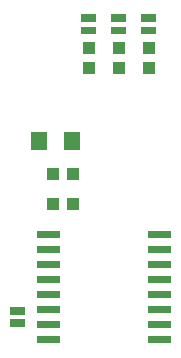
<source format=gtp>
G04 Layer: TopPasteMaskLayer*
G04 EasyEDA v6.4.7, 2020-11-21T23:36:06--8:00*
G04 5ff2efe16aa84f8f9e73a5c42d6c7546,4c52adb9b7084d04897e24a6e005c639,00*
G04 Gerber Generator version 0.2*
G04 Scale: 100 percent, Rotated: No, Reflected: No *
G04 Dimensions in inches *
G04 leading zeros omitted , absolute positions ,2 integer and 4 decimal *
%FSLAX24Y24*%
%MOIN*%
G90*
D02*

%ADD15R,0.043310X0.039370*%
%ADD16R,0.039370X0.043310*%
%ADD18R,0.055120X0.062990*%

%LPD*%
G54D15*
G01X3834Y5625D03*
G01X3165Y5625D03*
G36*
G01X5625Y11960D02*
G01X5625Y11700D01*
G01X5125Y11700D01*
G01X5125Y11960D01*
G01X5625Y11960D01*
G37*
G36*
G01X5625Y11550D02*
G01X5625Y11290D01*
G01X5125Y11290D01*
G01X5125Y11550D01*
G01X5625Y11550D01*
G37*
G36*
G01X4625Y11960D02*
G01X4625Y11700D01*
G01X4125Y11700D01*
G01X4125Y11960D01*
G01X4625Y11960D01*
G37*
G36*
G01X4625Y11550D02*
G01X4625Y11290D01*
G01X4125Y11290D01*
G01X4125Y11550D01*
G01X4625Y11550D01*
G37*
G36*
G01X6625Y11960D02*
G01X6625Y11700D01*
G01X6125Y11700D01*
G01X6125Y11960D01*
G01X6625Y11960D01*
G37*
G36*
G01X6625Y11550D02*
G01X6625Y11290D01*
G01X6125Y11290D01*
G01X6125Y11550D01*
G01X6625Y11550D01*
G37*
G54D16*
G01X5375Y10165D03*
G01X5375Y10834D03*
G01X4375Y10165D03*
G01X4375Y10834D03*
G01X6375Y10165D03*
G01X6375Y10834D03*
G36*
G01X6330Y1245D02*
G01X7120Y1245D01*
G01X7120Y1005D01*
G01X6330Y1005D01*
G01X6330Y1245D01*
G37*
G36*
G01X6330Y1745D02*
G01X7120Y1745D01*
G01X7120Y1505D01*
G01X6330Y1505D01*
G01X6330Y1745D01*
G37*
G36*
G01X6330Y2245D02*
G01X7120Y2245D01*
G01X7120Y2005D01*
G01X6330Y2005D01*
G01X6330Y2245D01*
G37*
G36*
G01X6330Y2745D02*
G01X7120Y2745D01*
G01X7120Y2505D01*
G01X6330Y2505D01*
G01X6330Y2745D01*
G37*
G36*
G01X6330Y3245D02*
G01X7120Y3245D01*
G01X7120Y3005D01*
G01X6330Y3005D01*
G01X6330Y3245D01*
G37*
G36*
G01X6330Y3745D02*
G01X7120Y3745D01*
G01X7120Y3504D01*
G01X6330Y3504D01*
G01X6330Y3745D01*
G37*
G36*
G01X6330Y4245D02*
G01X7120Y4245D01*
G01X7120Y4004D01*
G01X6330Y4004D01*
G01X6330Y4245D01*
G37*
G36*
G01X6330Y4745D02*
G01X7120Y4745D01*
G01X7120Y4505D01*
G01X6330Y4505D01*
G01X6330Y4745D01*
G37*
G36*
G01X2630Y4745D02*
G01X3420Y4745D01*
G01X3420Y4505D01*
G01X2630Y4505D01*
G01X2630Y4745D01*
G37*
G36*
G01X2630Y4245D02*
G01X3420Y4245D01*
G01X3420Y4004D01*
G01X2630Y4004D01*
G01X2630Y4245D01*
G37*
G36*
G01X2630Y3745D02*
G01X3420Y3745D01*
G01X3420Y3504D01*
G01X2630Y3504D01*
G01X2630Y3745D01*
G37*
G36*
G01X2630Y3245D02*
G01X3420Y3245D01*
G01X3420Y3005D01*
G01X2630Y3005D01*
G01X2630Y3245D01*
G37*
G36*
G01X2630Y2745D02*
G01X3420Y2745D01*
G01X3420Y2505D01*
G01X2630Y2505D01*
G01X2630Y2745D01*
G37*
G36*
G01X2630Y2245D02*
G01X3420Y2245D01*
G01X3420Y2005D01*
G01X2630Y2005D01*
G01X2630Y2245D01*
G37*
G36*
G01X2630Y1745D02*
G01X3420Y1745D01*
G01X3420Y1505D01*
G01X2630Y1505D01*
G01X2630Y1745D01*
G37*
G36*
G01X2630Y1245D02*
G01X3420Y1245D01*
G01X3420Y1005D01*
G01X2630Y1005D01*
G01X2630Y1245D01*
G37*
G36*
G01X2250Y2210D02*
G01X2250Y1950D01*
G01X1750Y1950D01*
G01X1750Y2210D01*
G01X2250Y2210D01*
G37*
G36*
G01X2250Y1800D02*
G01X2250Y1540D01*
G01X1750Y1540D01*
G01X1750Y1800D01*
G01X2250Y1800D01*
G37*
G54D15*
G01X3834Y6625D03*
G01X3165Y6625D03*
G54D18*
G01X2698Y7750D03*
G01X3801Y7750D03*
M00*
M02*

</source>
